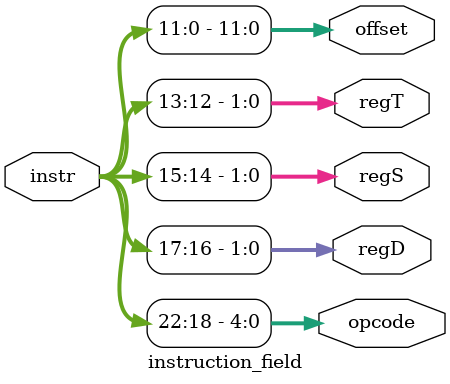
<source format=sv>

module instruction_field(

  input[22:0] instr,
  output reg[4:0] opcode,
  output reg[1:0] regD,
  output reg[1:0] regS,
  output reg[1:0] regT,
  output reg[11:0] offset

);

  
  assign opcode = instr[22:18];
  assign regD = instr[17:16];
  assign regS = instr[15:14];
  assign regT = instr[13:12];
  assign offset = instr[11:0];


endmodule


</source>
